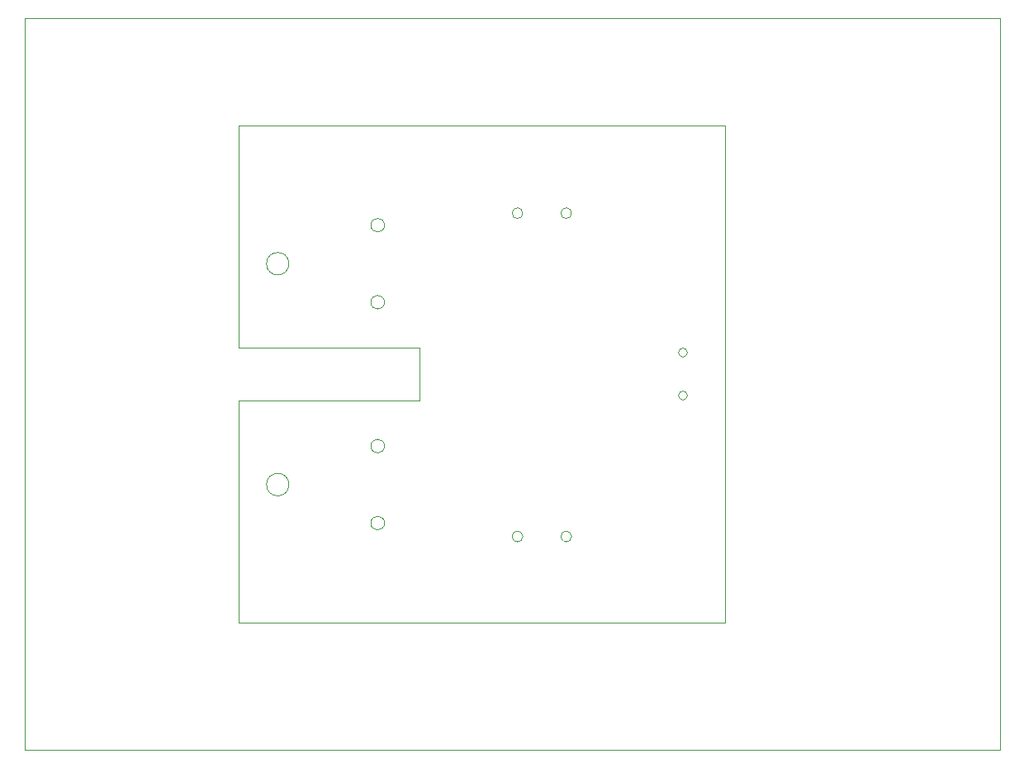
<source format=gbr>
%FSLAX34Y34*%
%MOMM*%
%LNOUTLINE*%
G71*
G01*
%ADD10C, 0.002*%
%ADD11C, 0.100*%
%LPD*%
G54D10*
X0Y750000D02*
X1000000Y750000D01*
X1000000Y0D01*
X0Y0D01*
X0Y750000D01*
G54D11*
X219600Y412500D02*
X219700Y640050D01*
X718700Y640050D01*
X718700Y130050D01*
X219700Y130050D01*
X219600Y357900D01*
G54D11*
X219600Y412500D02*
X404800Y412500D01*
X404800Y357900D01*
X219600Y357900D01*
G54D11*
G75*
G01X679700Y407158D02*
G03X679700Y407158I-4500J0D01*
G01*
G54D11*
G75*
G01X679700Y363158D02*
G03X679700Y363158I-4500J0D01*
G01*
G54D11*
G75*
G01X369200Y537800D02*
G03X369200Y537800I-7000J0D01*
G01*
G54D11*
G75*
G01X369200Y458800D02*
G03X369200Y458800I-7000J0D01*
G01*
G54D11*
G75*
G01X369200Y311300D02*
G03X369200Y311300I-7000J0D01*
G01*
G54D11*
G75*
G01X369200Y232300D02*
G03X369200Y232300I-7000J0D01*
G01*
G54D11*
G75*
G01X511000Y218600D02*
G03X511000Y218600I-5500J0D01*
G01*
G54D11*
G75*
G01X561000Y218600D02*
G03X561000Y218600I-5500J0D01*
G01*
G54D11*
G75*
G01X511000Y550100D02*
G03X511000Y550100I-5500J0D01*
G01*
G54D11*
G75*
G01X561000Y550100D02*
G03X561000Y550100I-5500J0D01*
G01*
G54D11*
G75*
G01X271200Y498300D02*
G03X271200Y498300I-11500J0D01*
G01*
G54D11*
G75*
G01X271200Y271800D02*
G03X271200Y271800I-11500J0D01*
G01*
M02*

</source>
